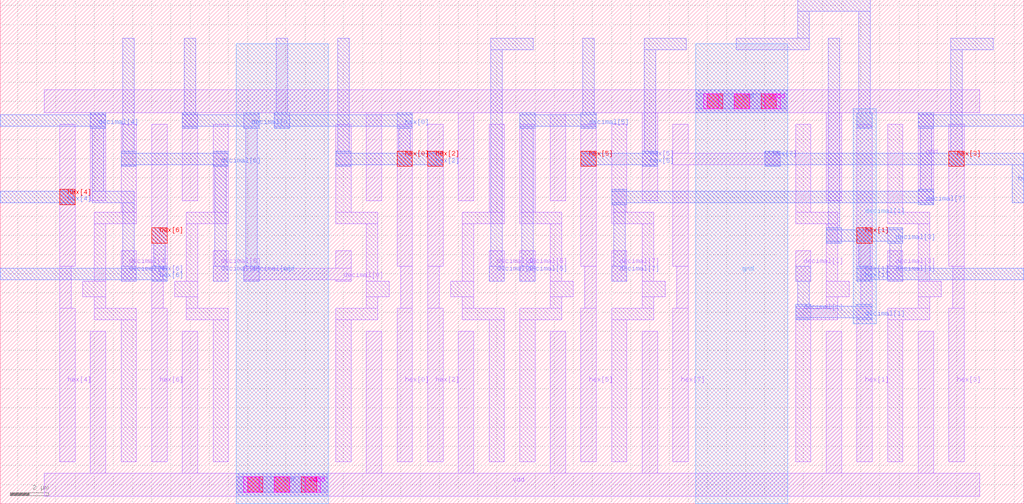
<source format=lef>
VERSION 5.7 ;
  NOWIREEXTENSIONATPIN ON ;
  DIVIDERCHAR "/" ;
  BUSBITCHARS "[]" ;
MACRO dec_to_hex
  CLASS BLOCK ;
  FOREIGN dec_to_hex ;
  ORIGIN 1.900 0.000 ;
  SIZE 53.400 BY 26.300 ;
  PIN vdd
    USE POWER ;
    PORT
      LAYER metal1 ;
        RECT 2.800 1.600 3.600 9.000 ;
        RECT 7.600 1.600 8.400 9.000 ;
        RECT 17.200 1.600 18.000 9.000 ;
        RECT 22.000 1.600 22.800 9.000 ;
        RECT 26.800 1.600 27.600 9.000 ;
        RECT 31.600 1.600 32.400 9.000 ;
        RECT 41.200 1.600 42.000 9.000 ;
        RECT 46.000 1.600 46.800 9.000 ;
        RECT 0.400 0.400 49.200 1.600 ;
      LAYER via1 ;
        RECT 11.000 0.600 11.800 1.400 ;
        RECT 12.400 0.600 13.200 1.400 ;
        RECT 13.800 0.600 14.600 1.400 ;
      LAYER metal2 ;
        RECT 10.400 0.600 15.200 1.400 ;
      LAYER via2 ;
        RECT 11.000 0.600 11.800 1.400 ;
        RECT 12.400 0.600 13.200 1.400 ;
        RECT 13.800 0.600 14.600 1.400 ;
      LAYER metal3 ;
        RECT 10.400 0.400 15.200 1.600 ;
      LAYER via3 ;
        RECT 10.800 0.600 11.600 1.400 ;
        RECT 12.400 0.600 13.200 1.400 ;
        RECT 14.000 0.600 14.800 1.400 ;
      LAYER metal4 ;
        RECT 10.400 0.000 15.200 24.000 ;
    END
  END vdd
  PIN gnd
    USE GROUND ;
    PORT
      LAYER metal1 ;
        RECT 0.400 20.400 49.200 21.600 ;
        RECT 2.800 15.800 3.600 20.400 ;
        RECT 7.600 15.800 8.400 20.400 ;
        RECT 17.200 15.800 18.000 20.400 ;
        RECT 22.000 15.800 22.800 20.400 ;
        RECT 26.800 15.800 27.600 20.400 ;
        RECT 31.600 15.800 32.400 20.400 ;
        RECT 41.200 15.800 42.000 20.400 ;
        RECT 46.000 15.800 46.800 20.400 ;
      LAYER via1 ;
        RECT 35.000 20.600 35.800 21.400 ;
        RECT 36.400 20.600 37.200 21.400 ;
        RECT 37.800 20.600 38.600 21.400 ;
      LAYER metal2 ;
        RECT 34.400 20.600 39.200 21.400 ;
      LAYER via2 ;
        RECT 35.000 20.600 35.800 21.400 ;
        RECT 36.400 20.600 37.200 21.400 ;
        RECT 37.800 20.600 38.600 21.400 ;
      LAYER metal3 ;
        RECT 34.400 20.400 39.200 21.600 ;
      LAYER via3 ;
        RECT 34.800 20.600 35.600 21.400 ;
        RECT 36.400 20.600 37.200 21.400 ;
        RECT 38.000 20.600 38.800 21.400 ;
      LAYER metal4 ;
        RECT 34.400 0.000 39.200 24.000 ;
    END
  END gnd
  PIN decimal[0]
    PORT
      LAYER metal1 ;
        RECT 10.800 12.300 11.600 12.400 ;
        RECT 15.600 12.300 16.400 13.200 ;
        RECT 10.800 11.700 16.400 12.300 ;
        RECT 10.800 11.600 11.600 11.700 ;
        RECT 15.600 11.600 16.400 11.700 ;
      LAYER metal2 ;
        RECT 7.700 20.400 8.300 24.300 ;
        RECT 7.600 19.600 8.400 20.400 ;
        RECT 10.800 19.600 11.600 20.400 ;
        RECT 10.900 12.400 11.500 19.600 ;
        RECT 10.800 11.600 11.600 12.400 ;
      LAYER metal3 ;
        RECT 7.600 20.300 8.400 20.400 ;
        RECT 10.800 20.300 11.600 20.400 ;
        RECT 7.600 19.700 11.600 20.300 ;
        RECT 7.600 19.600 8.400 19.700 ;
        RECT 10.800 19.600 11.600 19.700 ;
    END
  END decimal[0]
  PIN decimal[1]
    PORT
      LAYER metal1 ;
        RECT 39.600 11.600 40.400 13.200 ;
      LAYER metal2 ;
        RECT 39.700 25.700 43.500 26.300 ;
        RECT 39.700 24.300 40.300 25.700 ;
        RECT 36.500 23.700 40.300 24.300 ;
        RECT 42.900 20.400 43.500 25.700 ;
        RECT 42.800 19.600 43.600 20.400 ;
        RECT 39.600 11.600 40.400 12.400 ;
        RECT 39.700 10.400 40.300 11.600 ;
        RECT 39.600 9.600 40.400 10.400 ;
      LAYER metal3 ;
        RECT 42.800 19.600 43.600 20.400 ;
        RECT 39.600 10.300 40.400 10.400 ;
        RECT 42.800 10.300 43.600 10.400 ;
        RECT 39.600 9.700 43.600 10.300 ;
        RECT 39.600 9.600 40.400 9.700 ;
        RECT 42.800 9.600 43.600 9.700 ;
      LAYER metal4 ;
        RECT 42.600 9.400 43.800 20.600 ;
    END
  END decimal[1]
  PIN decimal[2]
    PORT
      LAYER metal1 ;
        RECT 23.600 11.600 24.400 13.200 ;
      LAYER metal2 ;
        RECT 23.700 23.700 25.900 24.300 ;
        RECT 23.700 12.400 24.300 23.700 ;
        RECT 23.600 11.600 24.400 12.400 ;
    END
  END decimal[2]
  PIN decimal[3]
    PORT
      LAYER metal1 ;
        RECT 44.400 11.600 45.200 13.200 ;
      LAYER metal2 ;
        RECT 41.300 14.400 41.900 24.300 ;
        RECT 41.200 13.600 42.000 14.400 ;
        RECT 44.400 13.600 45.200 14.400 ;
        RECT 44.500 12.400 45.100 13.600 ;
        RECT 44.400 11.600 45.200 12.400 ;
      LAYER metal3 ;
        RECT 41.200 14.300 42.000 14.400 ;
        RECT 44.400 14.300 45.200 14.400 ;
        RECT 41.200 13.700 45.200 14.300 ;
        RECT 41.200 13.600 42.000 13.700 ;
        RECT 44.400 13.600 45.200 13.700 ;
    END
  END decimal[3]
  PIN decimal[4]
    PORT
      LAYER metal1 ;
        RECT 4.400 11.600 5.200 13.200 ;
      LAYER metal2 ;
        RECT 2.800 19.600 3.600 20.400 ;
        RECT 2.900 16.300 3.500 19.600 ;
        RECT 2.900 15.700 5.100 16.300 ;
        RECT 4.500 12.400 5.100 15.700 ;
        RECT 4.400 11.600 5.200 12.400 ;
      LAYER metal3 ;
        RECT 2.800 20.300 3.600 20.400 ;
        RECT -1.900 19.700 3.600 20.300 ;
        RECT 2.800 19.600 3.600 19.700 ;
    END
  END decimal[4]
  PIN decimal[5]
    PORT
      LAYER metal1 ;
        RECT 25.200 11.600 26.000 13.200 ;
      LAYER metal2 ;
        RECT 28.500 20.400 29.100 24.300 ;
        RECT 25.200 19.600 26.000 20.400 ;
        RECT 28.400 19.600 29.200 20.400 ;
        RECT 25.300 12.400 25.900 19.600 ;
        RECT 25.200 11.600 26.000 12.400 ;
      LAYER metal3 ;
        RECT 25.200 20.300 26.000 20.400 ;
        RECT 28.400 20.300 29.200 20.400 ;
        RECT 25.200 19.700 29.200 20.300 ;
        RECT 25.200 19.600 26.000 19.700 ;
        RECT 28.400 19.600 29.200 19.700 ;
    END
  END decimal[5]
  PIN decimal[6]
    PORT
      LAYER metal1 ;
        RECT 9.200 11.600 10.000 13.200 ;
      LAYER metal2 ;
        RECT 4.500 18.400 5.100 24.300 ;
        RECT 4.400 17.600 5.200 18.400 ;
        RECT 9.200 17.600 10.000 18.400 ;
        RECT 9.300 12.400 9.900 17.600 ;
        RECT 9.200 11.600 10.000 12.400 ;
      LAYER metal3 ;
        RECT 4.400 18.300 5.200 18.400 ;
        RECT 9.200 18.300 10.000 18.400 ;
        RECT 4.400 17.700 10.000 18.300 ;
        RECT 4.400 17.600 5.200 17.700 ;
        RECT 9.200 17.600 10.000 17.700 ;
    END
  END decimal[6]
  PIN decimal[7]
    PORT
      LAYER metal1 ;
        RECT 30.000 11.600 30.800 13.200 ;
      LAYER metal2 ;
        RECT 46.000 19.600 46.800 20.400 ;
        RECT 46.100 16.400 46.700 19.600 ;
        RECT 30.000 15.600 30.800 16.400 ;
        RECT 46.000 15.600 46.800 16.400 ;
        RECT 30.100 12.400 30.700 15.600 ;
        RECT 30.000 11.600 30.800 12.400 ;
      LAYER metal3 ;
        RECT 46.000 20.300 46.800 20.400 ;
        RECT 46.000 19.700 51.500 20.300 ;
        RECT 46.000 19.600 46.800 19.700 ;
        RECT 30.000 16.300 30.800 16.400 ;
        RECT 46.000 16.300 46.800 16.400 ;
        RECT 30.000 15.700 46.800 16.300 ;
        RECT 30.000 15.600 30.800 15.700 ;
        RECT 46.000 15.600 46.800 15.700 ;
    END
  END decimal[7]
  PIN hex[0]
    PORT
      LAYER metal1 ;
        RECT 18.800 12.400 19.600 19.800 ;
        RECT 19.000 10.200 19.600 12.400 ;
        RECT 18.800 2.200 19.600 10.200 ;
      LAYER via1 ;
        RECT 18.800 17.600 19.600 18.400 ;
      LAYER metal2 ;
        RECT 12.500 20.400 13.100 24.300 ;
        RECT 12.400 19.600 13.200 20.400 ;
        RECT 18.800 19.600 19.600 20.400 ;
        RECT 18.900 18.400 19.500 19.600 ;
        RECT 18.800 17.600 19.600 18.400 ;
      LAYER metal3 ;
        RECT 12.400 20.300 13.200 20.400 ;
        RECT 18.800 20.300 19.600 20.400 ;
        RECT 12.400 19.700 19.600 20.300 ;
        RECT 12.400 19.600 13.200 19.700 ;
        RECT 18.800 19.600 19.600 19.700 ;
    END
  END hex[0]
  PIN hex[1]
    PORT
      LAYER metal1 ;
        RECT 42.800 12.400 43.600 19.800 ;
        RECT 43.000 10.200 43.600 12.400 ;
        RECT 42.800 2.200 43.600 10.200 ;
      LAYER via1 ;
        RECT 42.800 13.600 43.600 14.400 ;
      LAYER metal2 ;
        RECT 42.800 13.600 43.600 14.400 ;
        RECT 42.900 12.400 43.500 13.600 ;
        RECT 42.800 11.600 43.600 12.400 ;
      LAYER metal3 ;
        RECT 42.800 12.300 43.600 12.400 ;
        RECT 42.800 11.700 51.500 12.300 ;
        RECT 42.800 11.600 43.600 11.700 ;
    END
  END hex[1]
  PIN hex[2]
    PORT
      LAYER metal1 ;
        RECT 20.400 12.400 21.200 19.800 ;
        RECT 20.400 10.200 21.000 12.400 ;
        RECT 20.400 2.200 21.200 10.200 ;
      LAYER via1 ;
        RECT 20.400 17.600 21.200 18.400 ;
      LAYER metal2 ;
        RECT 15.700 18.400 16.300 24.300 ;
        RECT 15.600 17.600 16.400 18.400 ;
        RECT 20.400 17.600 21.200 18.400 ;
      LAYER metal3 ;
        RECT 15.600 18.300 16.400 18.400 ;
        RECT 20.400 18.300 21.200 18.400 ;
        RECT 15.600 17.700 21.200 18.300 ;
        RECT 15.600 17.600 16.400 17.700 ;
        RECT 20.400 17.600 21.200 17.700 ;
    END
  END hex[2]
  PIN hex[3]
    PORT
      LAYER metal1 ;
        RECT 47.600 12.400 48.400 19.800 ;
        RECT 47.800 10.200 48.400 12.400 ;
        RECT 47.600 2.200 48.400 10.200 ;
      LAYER via1 ;
        RECT 47.600 17.600 48.400 18.400 ;
      LAYER metal2 ;
        RECT 47.700 23.700 49.900 24.300 ;
        RECT 47.700 18.400 48.300 23.700 ;
        RECT 47.600 17.600 48.400 18.400 ;
    END
  END hex[3]
  PIN hex[4]
    PORT
      LAYER metal1 ;
        RECT 1.200 12.400 2.000 19.800 ;
        RECT 1.200 10.200 1.800 12.400 ;
        RECT 1.200 2.200 2.000 10.200 ;
      LAYER via1 ;
        RECT 1.200 15.600 2.000 16.400 ;
      LAYER metal2 ;
        RECT 1.200 15.600 2.000 16.400 ;
      LAYER metal3 ;
        RECT 1.200 16.300 2.000 16.400 ;
        RECT -1.900 15.700 2.000 16.300 ;
        RECT 1.200 15.600 2.000 15.700 ;
    END
  END hex[4]
  PIN hex[5]
    PORT
      LAYER metal1 ;
        RECT 28.400 12.400 29.200 19.800 ;
        RECT 28.600 10.200 29.200 12.400 ;
        RECT 28.400 2.200 29.200 10.200 ;
      LAYER via1 ;
        RECT 28.400 17.600 29.200 18.400 ;
      LAYER metal2 ;
        RECT 31.700 23.700 33.900 24.300 ;
        RECT 31.700 18.400 32.300 23.700 ;
        RECT 28.400 17.600 29.200 18.400 ;
        RECT 31.600 17.600 32.400 18.400 ;
      LAYER metal3 ;
        RECT 28.400 18.300 29.200 18.400 ;
        RECT 31.600 18.300 32.400 18.400 ;
        RECT 28.400 17.700 32.400 18.300 ;
        RECT 28.400 17.600 29.200 17.700 ;
        RECT 31.600 17.600 32.400 17.700 ;
    END
  END hex[5]
  PIN hex[6]
    PORT
      LAYER metal1 ;
        RECT 6.000 12.400 6.800 19.800 ;
        RECT 6.000 10.200 6.600 12.400 ;
        RECT 6.000 2.200 6.800 10.200 ;
      LAYER via1 ;
        RECT 6.000 13.600 6.800 14.400 ;
      LAYER metal2 ;
        RECT 6.000 13.600 6.800 14.400 ;
        RECT 6.100 12.400 6.700 13.600 ;
        RECT 6.000 11.600 6.800 12.400 ;
      LAYER metal3 ;
        RECT 6.000 12.300 6.800 12.400 ;
        RECT -1.900 11.700 6.800 12.300 ;
        RECT 6.000 11.600 6.800 11.700 ;
    END
  END hex[6]
  PIN hex[7]
    PORT
      LAYER metal1 ;
        RECT 33.200 18.300 34.000 19.800 ;
        RECT 38.000 18.300 38.800 18.400 ;
        RECT 33.200 17.700 38.800 18.300 ;
        RECT 33.200 12.400 34.000 17.700 ;
        RECT 38.000 17.600 38.800 17.700 ;
        RECT 33.400 10.200 34.000 12.400 ;
        RECT 33.200 2.200 34.000 10.200 ;
      LAYER metal2 ;
        RECT 38.000 17.600 38.800 18.400 ;
      LAYER metal3 ;
        RECT 38.000 18.300 38.800 18.400 ;
        RECT 38.000 17.700 51.500 18.300 ;
        RECT 38.000 17.600 38.800 17.700 ;
        RECT 50.900 15.700 51.500 17.700 ;
    END
  END hex[7]
  OBS
      LAYER metal1 ;
        RECT 4.400 15.200 5.200 19.800 ;
        RECT 9.200 15.200 10.000 19.800 ;
        RECT 3.000 14.600 5.200 15.200 ;
        RECT 7.800 14.600 10.000 15.200 ;
        RECT 15.600 15.200 16.400 19.800 ;
        RECT 23.600 15.200 24.400 19.800 ;
        RECT 15.600 14.600 17.800 15.200 ;
        RECT 3.000 11.600 3.600 14.600 ;
        RECT 7.800 11.600 8.400 14.600 ;
        RECT 2.400 10.800 3.600 11.600 ;
        RECT 7.200 10.800 8.400 11.600 ;
        RECT 3.000 10.200 3.600 10.800 ;
        RECT 7.800 10.200 8.400 10.800 ;
        RECT 17.200 11.600 17.800 14.600 ;
        RECT 22.200 14.600 24.400 15.200 ;
        RECT 25.200 15.200 26.000 19.800 ;
        RECT 30.000 15.200 30.800 19.800 ;
        RECT 39.600 15.200 40.400 19.800 ;
        RECT 44.400 15.200 45.200 19.800 ;
        RECT 25.200 14.600 27.400 15.200 ;
        RECT 30.000 14.600 32.200 15.200 ;
        RECT 39.600 14.600 41.800 15.200 ;
        RECT 44.400 14.600 46.600 15.200 ;
        RECT 22.200 11.600 22.800 14.600 ;
        RECT 17.200 10.800 18.400 11.600 ;
        RECT 21.600 10.800 22.800 11.600 ;
        RECT 17.200 10.200 17.800 10.800 ;
        RECT 3.000 9.600 5.200 10.200 ;
        RECT 7.800 9.600 10.000 10.200 ;
        RECT 4.400 2.200 5.200 9.600 ;
        RECT 9.200 2.200 10.000 9.600 ;
        RECT 15.600 9.600 17.800 10.200 ;
        RECT 22.200 10.200 22.800 10.800 ;
        RECT 26.800 11.600 27.400 14.600 ;
        RECT 31.600 11.600 32.200 14.600 ;
        RECT 41.200 11.600 41.800 14.600 ;
        RECT 46.000 11.600 46.600 14.600 ;
        RECT 26.800 10.800 28.000 11.600 ;
        RECT 31.600 10.800 32.800 11.600 ;
        RECT 41.200 10.800 42.400 11.600 ;
        RECT 46.000 10.800 47.200 11.600 ;
        RECT 26.800 10.200 27.400 10.800 ;
        RECT 31.600 10.200 32.200 10.800 ;
        RECT 41.200 10.200 41.800 10.800 ;
        RECT 46.000 10.200 46.600 10.800 ;
        RECT 22.200 9.600 24.400 10.200 ;
        RECT 15.600 2.200 16.400 9.600 ;
        RECT 23.600 2.200 24.400 9.600 ;
        RECT 25.200 9.600 27.400 10.200 ;
        RECT 30.000 9.600 32.200 10.200 ;
        RECT 39.600 9.600 41.800 10.200 ;
        RECT 44.400 9.600 46.600 10.200 ;
        RECT 25.200 2.200 26.000 9.600 ;
        RECT 30.000 2.200 30.800 9.600 ;
        RECT 39.600 2.200 40.400 9.600 ;
        RECT 44.400 2.200 45.200 9.600 ;
  END
END dec_to_hex
END LIBRARY


</source>
